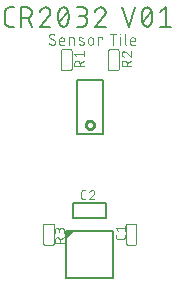
<source format=gto>
G04 EAGLE Gerber X2 export*
G75*
%MOIN*%
%FSLAX24Y24*%
%LPD*%
%AMOC8*
5,1,8,0,0,1.08239X$1,22.5*%
G01*
%ADD10C,0.010000*%
%ADD11C,0.003000*%
%ADD12C,0.006000*%
%ADD13C,0.004000*%
%ADD14C,0.005000*%


D10*
X4391Y5709D02*
X4393Y5732D01*
X4399Y5755D01*
X4408Y5776D01*
X4421Y5795D01*
X4437Y5812D01*
X4456Y5826D01*
X4477Y5836D01*
X4499Y5843D01*
X4522Y5846D01*
X4545Y5845D01*
X4568Y5840D01*
X4590Y5831D01*
X4609Y5819D01*
X4627Y5804D01*
X4642Y5786D01*
X4653Y5765D01*
X4661Y5744D01*
X4665Y5721D01*
X4665Y5697D01*
X4661Y5674D01*
X4653Y5653D01*
X4642Y5632D01*
X4627Y5614D01*
X4609Y5599D01*
X4590Y5587D01*
X4568Y5578D01*
X4545Y5573D01*
X4522Y5572D01*
X4499Y5575D01*
X4477Y5582D01*
X4456Y5592D01*
X4437Y5606D01*
X4421Y5623D01*
X4408Y5642D01*
X4399Y5663D01*
X4393Y5686D01*
X4391Y5709D01*
D11*
X3288Y8381D02*
X3304Y8383D01*
X3319Y8387D01*
X3334Y8395D01*
X3346Y8405D01*
X3356Y8417D01*
X3364Y8432D01*
X3368Y8447D01*
X3370Y8463D01*
X3288Y8381D02*
X3265Y8383D01*
X3243Y8387D01*
X3221Y8394D01*
X3201Y8405D01*
X3182Y8417D01*
X3164Y8432D01*
X3175Y8669D02*
X3177Y8685D01*
X3181Y8700D01*
X3189Y8715D01*
X3199Y8727D01*
X3211Y8737D01*
X3226Y8745D01*
X3241Y8749D01*
X3257Y8751D01*
X3277Y8750D01*
X3296Y8746D01*
X3315Y8740D01*
X3333Y8731D01*
X3349Y8720D01*
X3215Y8597D02*
X3201Y8607D01*
X3190Y8620D01*
X3181Y8635D01*
X3176Y8652D01*
X3174Y8669D01*
X3330Y8535D02*
X3344Y8525D01*
X3355Y8512D01*
X3364Y8497D01*
X3369Y8480D01*
X3371Y8463D01*
X3329Y8535D02*
X3216Y8597D01*
X3571Y8381D02*
X3674Y8381D01*
X3571Y8381D02*
X3557Y8383D01*
X3544Y8387D01*
X3532Y8395D01*
X3523Y8404D01*
X3515Y8416D01*
X3511Y8429D01*
X3509Y8443D01*
X3509Y8546D01*
X3511Y8563D01*
X3516Y8579D01*
X3525Y8594D01*
X3536Y8607D01*
X3550Y8617D01*
X3566Y8624D01*
X3582Y8628D01*
X3600Y8628D01*
X3616Y8624D01*
X3632Y8617D01*
X3646Y8607D01*
X3657Y8594D01*
X3666Y8579D01*
X3671Y8563D01*
X3673Y8546D01*
X3674Y8546D02*
X3674Y8504D01*
X3509Y8504D01*
X3833Y8381D02*
X3833Y8628D01*
X3936Y8628D01*
X3950Y8626D01*
X3963Y8622D01*
X3975Y8614D01*
X3984Y8605D01*
X3992Y8593D01*
X3996Y8580D01*
X3998Y8566D01*
X3998Y8381D01*
X4188Y8525D02*
X4291Y8484D01*
X4188Y8526D02*
X4177Y8532D01*
X4167Y8541D01*
X4160Y8553D01*
X4156Y8565D01*
X4155Y8579D01*
X4158Y8592D01*
X4164Y8604D01*
X4172Y8614D01*
X4183Y8622D01*
X4196Y8627D01*
X4209Y8628D01*
X4208Y8627D02*
X4232Y8625D01*
X4256Y8621D01*
X4278Y8615D01*
X4301Y8606D01*
X4291Y8483D02*
X4302Y8477D01*
X4312Y8468D01*
X4319Y8456D01*
X4323Y8444D01*
X4324Y8430D01*
X4321Y8417D01*
X4315Y8405D01*
X4307Y8395D01*
X4296Y8387D01*
X4283Y8382D01*
X4270Y8381D01*
X4241Y8383D01*
X4213Y8387D01*
X4184Y8393D01*
X4157Y8402D01*
X4469Y8463D02*
X4469Y8546D01*
X4471Y8563D01*
X4476Y8579D01*
X4485Y8594D01*
X4496Y8607D01*
X4510Y8617D01*
X4526Y8624D01*
X4542Y8628D01*
X4560Y8628D01*
X4576Y8624D01*
X4592Y8617D01*
X4606Y8607D01*
X4617Y8594D01*
X4626Y8579D01*
X4631Y8563D01*
X4633Y8546D01*
X4634Y8546D02*
X4634Y8463D01*
X4633Y8463D02*
X4631Y8446D01*
X4626Y8430D01*
X4617Y8415D01*
X4606Y8402D01*
X4592Y8392D01*
X4576Y8385D01*
X4560Y8381D01*
X4542Y8381D01*
X4526Y8385D01*
X4510Y8392D01*
X4496Y8402D01*
X4485Y8415D01*
X4476Y8430D01*
X4471Y8446D01*
X4469Y8463D01*
X4795Y8381D02*
X4795Y8628D01*
X4919Y8628D01*
X4919Y8587D01*
X5307Y8751D02*
X5307Y8381D01*
X5205Y8751D02*
X5410Y8751D01*
X5535Y8628D02*
X5535Y8381D01*
X5525Y8731D02*
X5525Y8751D01*
X5546Y8751D01*
X5546Y8731D01*
X5525Y8731D01*
X5686Y8751D02*
X5686Y8443D01*
X5688Y8429D01*
X5692Y8416D01*
X5700Y8404D01*
X5709Y8395D01*
X5721Y8387D01*
X5734Y8383D01*
X5748Y8381D01*
X5935Y8381D02*
X6038Y8381D01*
X5935Y8381D02*
X5921Y8383D01*
X5908Y8387D01*
X5896Y8395D01*
X5887Y8404D01*
X5879Y8416D01*
X5875Y8429D01*
X5873Y8443D01*
X5873Y8546D01*
X5875Y8563D01*
X5880Y8579D01*
X5889Y8594D01*
X5900Y8607D01*
X5914Y8617D01*
X5930Y8624D01*
X5946Y8628D01*
X5964Y8628D01*
X5980Y8624D01*
X5996Y8617D01*
X6010Y8607D01*
X6021Y8594D01*
X6030Y8579D01*
X6035Y8563D01*
X6037Y8546D01*
X6038Y8546D02*
X6038Y8504D01*
X5873Y8504D01*
D12*
X1988Y8987D02*
X1845Y8987D01*
X1823Y8989D01*
X1801Y8994D01*
X1781Y9002D01*
X1762Y9014D01*
X1745Y9029D01*
X1730Y9046D01*
X1718Y9065D01*
X1710Y9085D01*
X1705Y9107D01*
X1703Y9129D01*
X1703Y9484D01*
X1705Y9506D01*
X1710Y9528D01*
X1718Y9548D01*
X1730Y9567D01*
X1745Y9584D01*
X1762Y9599D01*
X1781Y9611D01*
X1801Y9619D01*
X1823Y9624D01*
X1845Y9626D01*
X1845Y9627D02*
X1988Y9627D01*
X2242Y9627D02*
X2242Y8987D01*
X2242Y9627D02*
X2420Y9627D01*
X2445Y9625D01*
X2470Y9620D01*
X2494Y9611D01*
X2516Y9599D01*
X2537Y9584D01*
X2555Y9566D01*
X2570Y9545D01*
X2582Y9523D01*
X2591Y9499D01*
X2596Y9474D01*
X2598Y9449D01*
X2596Y9424D01*
X2591Y9399D01*
X2582Y9375D01*
X2570Y9353D01*
X2555Y9332D01*
X2537Y9314D01*
X2516Y9299D01*
X2494Y9287D01*
X2470Y9278D01*
X2445Y9273D01*
X2420Y9271D01*
X2242Y9271D01*
X2455Y9271D02*
X2597Y8987D01*
X3209Y9467D02*
X3207Y9490D01*
X3203Y9512D01*
X3195Y9533D01*
X3184Y9554D01*
X3170Y9572D01*
X3154Y9588D01*
X3136Y9602D01*
X3115Y9613D01*
X3094Y9621D01*
X3072Y9625D01*
X3049Y9627D01*
X3023Y9625D01*
X2998Y9621D01*
X2973Y9613D01*
X2950Y9601D01*
X2928Y9588D01*
X2908Y9571D01*
X2890Y9552D01*
X2875Y9531D01*
X2863Y9509D01*
X2853Y9484D01*
X3156Y9342D02*
X3171Y9360D01*
X3185Y9379D01*
X3195Y9399D01*
X3203Y9421D01*
X3207Y9444D01*
X3209Y9467D01*
X3156Y9342D02*
X2854Y8987D01*
X3209Y8987D01*
X3469Y9307D02*
X3471Y9347D01*
X3475Y9386D01*
X3482Y9426D01*
X3493Y9464D01*
X3506Y9501D01*
X3522Y9538D01*
X3530Y9557D01*
X3541Y9574D01*
X3555Y9589D01*
X3570Y9602D01*
X3588Y9613D01*
X3607Y9621D01*
X3627Y9625D01*
X3647Y9627D01*
X3667Y9625D01*
X3687Y9621D01*
X3706Y9613D01*
X3724Y9602D01*
X3739Y9589D01*
X3753Y9574D01*
X3764Y9557D01*
X3772Y9538D01*
X3771Y9538D02*
X3787Y9501D01*
X3800Y9464D01*
X3811Y9426D01*
X3818Y9386D01*
X3822Y9347D01*
X3824Y9307D01*
X3469Y9307D02*
X3471Y9267D01*
X3475Y9228D01*
X3482Y9189D01*
X3493Y9150D01*
X3506Y9113D01*
X3522Y9076D01*
X3522Y9075D02*
X3530Y9056D01*
X3541Y9039D01*
X3555Y9024D01*
X3570Y9011D01*
X3588Y9000D01*
X3607Y8992D01*
X3627Y8988D01*
X3647Y8986D01*
X3771Y9076D02*
X3787Y9113D01*
X3800Y9150D01*
X3811Y9189D01*
X3818Y9228D01*
X3822Y9267D01*
X3824Y9307D01*
X3772Y9075D02*
X3764Y9056D01*
X3753Y9039D01*
X3739Y9024D01*
X3724Y9011D01*
X3706Y9000D01*
X3687Y8992D01*
X3667Y8988D01*
X3647Y8986D01*
X3504Y9129D02*
X3789Y9484D01*
X4084Y8987D02*
X4262Y8987D01*
X4262Y8986D02*
X4287Y8988D01*
X4312Y8993D01*
X4336Y9002D01*
X4358Y9014D01*
X4379Y9029D01*
X4397Y9047D01*
X4412Y9068D01*
X4424Y9090D01*
X4433Y9114D01*
X4438Y9139D01*
X4440Y9164D01*
X4438Y9189D01*
X4433Y9214D01*
X4424Y9238D01*
X4412Y9260D01*
X4397Y9281D01*
X4379Y9299D01*
X4358Y9314D01*
X4336Y9326D01*
X4312Y9335D01*
X4287Y9340D01*
X4262Y9342D01*
X4298Y9627D02*
X4084Y9627D01*
X4298Y9626D02*
X4320Y9624D01*
X4342Y9619D01*
X4362Y9611D01*
X4381Y9599D01*
X4398Y9584D01*
X4413Y9567D01*
X4425Y9548D01*
X4433Y9528D01*
X4438Y9506D01*
X4440Y9484D01*
X4438Y9462D01*
X4433Y9440D01*
X4425Y9420D01*
X4413Y9401D01*
X4398Y9384D01*
X4381Y9369D01*
X4362Y9357D01*
X4342Y9349D01*
X4320Y9344D01*
X4298Y9342D01*
X4155Y9342D01*
X4895Y9627D02*
X4918Y9625D01*
X4940Y9621D01*
X4961Y9613D01*
X4982Y9602D01*
X5000Y9588D01*
X5016Y9572D01*
X5030Y9554D01*
X5041Y9533D01*
X5049Y9512D01*
X5053Y9490D01*
X5055Y9467D01*
X4895Y9627D02*
X4869Y9625D01*
X4844Y9621D01*
X4819Y9613D01*
X4796Y9601D01*
X4774Y9588D01*
X4754Y9571D01*
X4736Y9552D01*
X4721Y9531D01*
X4709Y9509D01*
X4699Y9484D01*
X5002Y9342D02*
X5017Y9360D01*
X5031Y9379D01*
X5041Y9399D01*
X5049Y9421D01*
X5053Y9444D01*
X5055Y9467D01*
X5002Y9342D02*
X4700Y8987D01*
X5055Y8987D01*
X5821Y8987D02*
X5608Y9627D01*
X6034Y9627D02*
X5821Y8987D01*
X6259Y9307D02*
X6261Y9347D01*
X6265Y9386D01*
X6272Y9426D01*
X6283Y9464D01*
X6296Y9501D01*
X6312Y9538D01*
X6320Y9557D01*
X6331Y9574D01*
X6345Y9589D01*
X6360Y9602D01*
X6378Y9613D01*
X6397Y9621D01*
X6417Y9625D01*
X6437Y9627D01*
X6457Y9625D01*
X6477Y9621D01*
X6496Y9613D01*
X6514Y9602D01*
X6529Y9589D01*
X6543Y9574D01*
X6554Y9557D01*
X6562Y9538D01*
X6561Y9538D02*
X6577Y9501D01*
X6590Y9464D01*
X6601Y9426D01*
X6608Y9386D01*
X6612Y9347D01*
X6614Y9307D01*
X6259Y9307D02*
X6261Y9267D01*
X6265Y9228D01*
X6272Y9189D01*
X6283Y9150D01*
X6296Y9113D01*
X6312Y9076D01*
X6312Y9075D02*
X6320Y9056D01*
X6331Y9039D01*
X6345Y9024D01*
X6360Y9011D01*
X6378Y9000D01*
X6397Y8992D01*
X6417Y8988D01*
X6437Y8986D01*
X6561Y9076D02*
X6577Y9113D01*
X6590Y9150D01*
X6601Y9189D01*
X6608Y9228D01*
X6612Y9267D01*
X6614Y9307D01*
X6562Y9075D02*
X6554Y9056D01*
X6543Y9039D01*
X6529Y9024D01*
X6514Y9011D01*
X6496Y9000D01*
X6477Y8992D01*
X6457Y8988D01*
X6437Y8986D01*
X6294Y9129D02*
X6579Y9484D01*
X6874Y9484D02*
X7052Y9627D01*
X7052Y8987D01*
X6874Y8987D02*
X7230Y8987D01*
D11*
X5781Y2417D02*
X5768Y2415D01*
X5756Y2410D01*
X5746Y2402D01*
X5738Y2392D01*
X5733Y2380D01*
X5731Y2367D01*
X5781Y2417D02*
X6031Y2417D01*
X6044Y2415D01*
X6056Y2410D01*
X6066Y2402D01*
X6074Y2392D01*
X6079Y2380D01*
X6081Y2367D01*
X6081Y1767D01*
X6079Y1754D01*
X6074Y1742D01*
X6066Y1732D01*
X6056Y1724D01*
X6044Y1719D01*
X6031Y1717D01*
X5781Y1717D01*
X5768Y1719D01*
X5756Y1724D01*
X5746Y1732D01*
X5738Y1742D01*
X5733Y1754D01*
X5731Y1767D01*
X5731Y2367D01*
D13*
X5698Y2052D02*
X5698Y1983D01*
X5696Y1968D01*
X5691Y1953D01*
X5683Y1940D01*
X5672Y1929D01*
X5659Y1921D01*
X5644Y1916D01*
X5629Y1914D01*
X5457Y1914D01*
X5442Y1916D01*
X5427Y1921D01*
X5414Y1929D01*
X5403Y1940D01*
X5395Y1953D01*
X5390Y1968D01*
X5388Y1983D01*
X5388Y2052D01*
X5457Y2178D02*
X5388Y2264D01*
X5698Y2264D01*
X5698Y2178D02*
X5698Y2350D01*
D14*
X5078Y3104D02*
X3978Y3104D01*
X5078Y3104D02*
X5078Y2604D01*
X3978Y2604D01*
X3978Y3104D01*
D13*
X4313Y3224D02*
X4382Y3224D01*
X4313Y3224D02*
X4298Y3226D01*
X4283Y3231D01*
X4270Y3239D01*
X4259Y3250D01*
X4251Y3263D01*
X4246Y3278D01*
X4244Y3293D01*
X4244Y3465D01*
X4246Y3480D01*
X4251Y3495D01*
X4259Y3508D01*
X4270Y3519D01*
X4283Y3527D01*
X4298Y3532D01*
X4313Y3534D01*
X4382Y3534D01*
X4603Y3535D02*
X4618Y3534D01*
X4633Y3529D01*
X4646Y3522D01*
X4658Y3512D01*
X4668Y3500D01*
X4675Y3487D01*
X4680Y3472D01*
X4681Y3457D01*
X4603Y3535D02*
X4585Y3533D01*
X4568Y3529D01*
X4552Y3521D01*
X4537Y3510D01*
X4525Y3497D01*
X4515Y3482D01*
X4508Y3466D01*
X4654Y3397D02*
X4665Y3410D01*
X4673Y3424D01*
X4678Y3440D01*
X4680Y3457D01*
X4654Y3397D02*
X4508Y3224D01*
X4680Y3224D01*
D11*
X3567Y8181D02*
X3569Y8194D01*
X3574Y8206D01*
X3582Y8216D01*
X3592Y8224D01*
X3604Y8229D01*
X3617Y8231D01*
X3867Y8231D01*
X3880Y8229D01*
X3892Y8224D01*
X3902Y8216D01*
X3910Y8206D01*
X3915Y8194D01*
X3917Y8181D01*
X3917Y7581D01*
X3915Y7568D01*
X3910Y7556D01*
X3902Y7546D01*
X3892Y7538D01*
X3880Y7533D01*
X3867Y7531D01*
X3617Y7531D01*
X3604Y7533D01*
X3592Y7538D01*
X3582Y7546D01*
X3574Y7556D01*
X3569Y7568D01*
X3567Y7581D01*
X3567Y8181D01*
D13*
X4012Y7679D02*
X4322Y7679D01*
X4012Y7679D02*
X4012Y7765D01*
X4014Y7783D01*
X4019Y7800D01*
X4028Y7816D01*
X4040Y7829D01*
X4055Y7839D01*
X4071Y7847D01*
X4089Y7851D01*
X4107Y7851D01*
X4125Y7847D01*
X4141Y7839D01*
X4156Y7829D01*
X4168Y7816D01*
X4177Y7800D01*
X4182Y7783D01*
X4184Y7765D01*
X4184Y7679D01*
X4184Y7783D02*
X4322Y7852D01*
X4081Y7992D02*
X4012Y8078D01*
X4322Y8078D01*
X4322Y7992D02*
X4322Y8164D01*
D11*
X5140Y8174D02*
X5142Y8187D01*
X5147Y8199D01*
X5155Y8209D01*
X5165Y8217D01*
X5177Y8222D01*
X5190Y8224D01*
X5440Y8224D01*
X5453Y8222D01*
X5465Y8217D01*
X5475Y8209D01*
X5483Y8199D01*
X5488Y8187D01*
X5490Y8174D01*
X5490Y7574D01*
X5488Y7561D01*
X5483Y7549D01*
X5475Y7539D01*
X5465Y7531D01*
X5453Y7526D01*
X5440Y7524D01*
X5190Y7524D01*
X5177Y7526D01*
X5165Y7531D01*
X5155Y7539D01*
X5147Y7549D01*
X5142Y7561D01*
X5140Y7574D01*
X5140Y8174D01*
D13*
X5585Y7672D02*
X5895Y7672D01*
X5585Y7672D02*
X5585Y7759D01*
X5587Y7777D01*
X5592Y7794D01*
X5601Y7810D01*
X5613Y7823D01*
X5628Y7833D01*
X5644Y7841D01*
X5662Y7845D01*
X5680Y7845D01*
X5698Y7841D01*
X5714Y7833D01*
X5729Y7823D01*
X5741Y7810D01*
X5750Y7794D01*
X5755Y7777D01*
X5757Y7759D01*
X5757Y7672D01*
X5757Y7776D02*
X5895Y7845D01*
X5584Y8080D02*
X5585Y8095D01*
X5590Y8110D01*
X5597Y8123D01*
X5607Y8135D01*
X5619Y8145D01*
X5632Y8152D01*
X5647Y8157D01*
X5662Y8158D01*
X5585Y8080D02*
X5587Y8062D01*
X5591Y8045D01*
X5599Y8029D01*
X5610Y8014D01*
X5623Y8002D01*
X5638Y7992D01*
X5654Y7985D01*
X5722Y8131D02*
X5709Y8142D01*
X5695Y8150D01*
X5679Y8155D01*
X5662Y8157D01*
X5723Y8131D02*
X5895Y7985D01*
X5895Y8157D01*
D11*
X3325Y1767D02*
X3323Y1754D01*
X3318Y1742D01*
X3310Y1732D01*
X3300Y1724D01*
X3288Y1719D01*
X3275Y1717D01*
X3025Y1717D01*
X3012Y1719D01*
X3000Y1724D01*
X2990Y1732D01*
X2982Y1742D01*
X2977Y1754D01*
X2975Y1767D01*
X2975Y2367D01*
X2977Y2380D01*
X2982Y2392D01*
X2990Y2402D01*
X3000Y2410D01*
X3012Y2415D01*
X3025Y2417D01*
X3275Y2417D01*
X3288Y2415D01*
X3300Y2410D01*
X3310Y2402D01*
X3318Y2392D01*
X3323Y2380D01*
X3325Y2367D01*
X3325Y1767D01*
D13*
X3357Y1784D02*
X3667Y1784D01*
X3357Y1784D02*
X3357Y1870D01*
X3359Y1888D01*
X3364Y1905D01*
X3373Y1921D01*
X3385Y1934D01*
X3400Y1944D01*
X3416Y1952D01*
X3434Y1956D01*
X3452Y1956D01*
X3470Y1952D01*
X3486Y1944D01*
X3501Y1934D01*
X3513Y1921D01*
X3522Y1905D01*
X3527Y1888D01*
X3529Y1870D01*
X3529Y1784D01*
X3529Y1887D02*
X3667Y1956D01*
X3667Y2096D02*
X3667Y2182D01*
X3665Y2200D01*
X3660Y2217D01*
X3651Y2233D01*
X3639Y2246D01*
X3624Y2256D01*
X3608Y2264D01*
X3590Y2268D01*
X3572Y2268D01*
X3554Y2264D01*
X3538Y2256D01*
X3523Y2246D01*
X3511Y2233D01*
X3502Y2217D01*
X3497Y2200D01*
X3495Y2182D01*
X3357Y2200D02*
X3357Y2096D01*
X3357Y2200D02*
X3359Y2215D01*
X3364Y2230D01*
X3372Y2243D01*
X3383Y2254D01*
X3396Y2262D01*
X3411Y2267D01*
X3426Y2269D01*
X3441Y2267D01*
X3456Y2262D01*
X3469Y2254D01*
X3480Y2243D01*
X3488Y2230D01*
X3493Y2215D01*
X3495Y2200D01*
X3495Y2131D01*
D14*
X4094Y5394D02*
X4094Y7205D01*
X4961Y7205D01*
X4961Y5394D01*
X4094Y5394D01*
X3740Y591D02*
X5315Y591D01*
X5315Y2165D01*
X3976Y2165D01*
X3898Y2165D01*
X3819Y2165D01*
X3740Y2165D01*
X3740Y2087D01*
X3740Y2008D01*
X3740Y1929D01*
X3740Y591D01*
X3740Y1929D02*
X3976Y2165D01*
X3898Y2165D02*
X3740Y2008D01*
X3740Y2087D02*
X3819Y2165D01*
M02*

</source>
